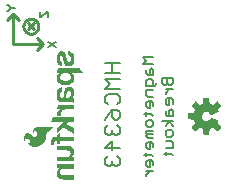
<source format=gbr>
G04 EAGLE Gerber RS-274X export*
G75*
%MOMM*%
%FSLAX34Y34*%
%LPD*%
%INSilkscreen Bottom*%
%IPPOS*%
%AMOC8*
5,1,8,0,0,1.08239X$1,22.5*%
G01*
%ADD10C,0.203200*%
%ADD11C,0.152400*%
%ADD12C,0.254000*%
%ADD13C,0.127000*%

G36*
X179735Y85980D02*
X179735Y85980D01*
X179843Y85994D01*
X179855Y86000D01*
X179869Y86002D01*
X179965Y86054D01*
X180062Y86101D01*
X180072Y86111D01*
X180084Y86117D01*
X180158Y86197D01*
X180235Y86273D01*
X180241Y86285D01*
X180251Y86296D01*
X180296Y86394D01*
X180344Y86491D01*
X180348Y86509D01*
X180352Y86518D01*
X180354Y86539D01*
X180373Y86636D01*
X180816Y90987D01*
X181975Y91358D01*
X181993Y91368D01*
X182090Y91406D01*
X183172Y91963D01*
X186562Y89199D01*
X186656Y89145D01*
X186748Y89088D01*
X186761Y89085D01*
X186773Y89078D01*
X186880Y89057D01*
X186985Y89032D01*
X186999Y89034D01*
X187013Y89031D01*
X187120Y89046D01*
X187228Y89056D01*
X187241Y89062D01*
X187255Y89064D01*
X187352Y89112D01*
X187451Y89157D01*
X187464Y89168D01*
X187473Y89172D01*
X187488Y89188D01*
X187565Y89250D01*
X190150Y91835D01*
X190213Y91924D01*
X190279Y92009D01*
X190284Y92022D01*
X190292Y92034D01*
X190323Y92137D01*
X190359Y92240D01*
X190359Y92254D01*
X190363Y92267D01*
X190359Y92375D01*
X190360Y92484D01*
X190355Y92497D01*
X190355Y92511D01*
X190317Y92613D01*
X190282Y92715D01*
X190273Y92730D01*
X190269Y92739D01*
X190255Y92756D01*
X190201Y92838D01*
X187437Y96228D01*
X187994Y97310D01*
X188011Y97363D01*
X188037Y97412D01*
X188048Y97478D01*
X188069Y97542D01*
X188068Y97598D01*
X188077Y97652D01*
X188066Y97719D01*
X188065Y97786D01*
X188047Y97838D01*
X188038Y97893D01*
X188006Y97953D01*
X187983Y98016D01*
X187949Y98059D01*
X187923Y98109D01*
X187874Y98155D01*
X187832Y98207D01*
X187785Y98238D01*
X187745Y98276D01*
X187640Y98332D01*
X187627Y98340D01*
X187622Y98341D01*
X187615Y98345D01*
X182418Y100498D01*
X182319Y100521D01*
X182221Y100550D01*
X182200Y100549D01*
X182180Y100554D01*
X182079Y100544D01*
X181978Y100539D01*
X181958Y100532D01*
X181937Y100530D01*
X181845Y100488D01*
X181750Y100451D01*
X181734Y100438D01*
X181715Y100429D01*
X181641Y100360D01*
X181563Y100295D01*
X181547Y100272D01*
X181537Y100262D01*
X181525Y100241D01*
X181478Y100174D01*
X180972Y99275D01*
X180328Y98588D01*
X179540Y98073D01*
X178652Y97761D01*
X177715Y97669D01*
X176783Y97802D01*
X175909Y98153D01*
X175144Y98702D01*
X174531Y99416D01*
X174106Y100256D01*
X173892Y101173D01*
X173902Y102114D01*
X174136Y103026D01*
X174579Y103856D01*
X175208Y104557D01*
X175985Y105089D01*
X176866Y105420D01*
X177801Y105533D01*
X178718Y105425D01*
X179586Y105105D01*
X180355Y104591D01*
X180982Y103912D01*
X181477Y103028D01*
X181541Y102948D01*
X181601Y102865D01*
X181617Y102853D01*
X181630Y102837D01*
X181716Y102782D01*
X181799Y102722D01*
X181818Y102716D01*
X181835Y102706D01*
X181934Y102681D01*
X182033Y102651D01*
X182052Y102652D01*
X182072Y102647D01*
X182174Y102656D01*
X182276Y102659D01*
X182301Y102667D01*
X182315Y102668D01*
X182337Y102678D01*
X182418Y102702D01*
X187615Y104855D01*
X187662Y104884D01*
X187714Y104905D01*
X187765Y104948D01*
X187822Y104984D01*
X187857Y105027D01*
X187900Y105063D01*
X187934Y105120D01*
X187977Y105172D01*
X187996Y105224D01*
X188025Y105272D01*
X188039Y105338D01*
X188063Y105401D01*
X188065Y105456D01*
X188076Y105510D01*
X188069Y105577D01*
X188071Y105644D01*
X188055Y105698D01*
X188048Y105753D01*
X188004Y105864D01*
X188000Y105878D01*
X187997Y105882D01*
X187994Y105890D01*
X187437Y106972D01*
X190201Y110362D01*
X190255Y110456D01*
X190312Y110548D01*
X190315Y110561D01*
X190322Y110573D01*
X190343Y110680D01*
X190368Y110785D01*
X190366Y110799D01*
X190369Y110813D01*
X190354Y110920D01*
X190344Y111028D01*
X190338Y111041D01*
X190336Y111055D01*
X190288Y111152D01*
X190243Y111251D01*
X190232Y111264D01*
X190228Y111273D01*
X190212Y111288D01*
X190150Y111365D01*
X187565Y113950D01*
X187476Y114013D01*
X187391Y114079D01*
X187378Y114084D01*
X187366Y114092D01*
X187263Y114123D01*
X187160Y114159D01*
X187146Y114159D01*
X187133Y114163D01*
X187025Y114159D01*
X186916Y114160D01*
X186903Y114155D01*
X186889Y114155D01*
X186787Y114117D01*
X186685Y114082D01*
X186670Y114073D01*
X186661Y114069D01*
X186644Y114055D01*
X186562Y114001D01*
X183172Y111237D01*
X182090Y111794D01*
X182070Y111800D01*
X181975Y111842D01*
X180816Y112213D01*
X180373Y116564D01*
X180345Y116668D01*
X180320Y116774D01*
X180313Y116786D01*
X180310Y116799D01*
X180249Y116889D01*
X180192Y116982D01*
X180181Y116990D01*
X180173Y117002D01*
X180087Y117068D01*
X180003Y117137D01*
X179990Y117141D01*
X179979Y117150D01*
X179876Y117184D01*
X179775Y117223D01*
X179757Y117224D01*
X179748Y117228D01*
X179726Y117228D01*
X179628Y117237D01*
X175972Y117237D01*
X175865Y117220D01*
X175757Y117206D01*
X175745Y117200D01*
X175731Y117198D01*
X175635Y117146D01*
X175538Y117099D01*
X175528Y117089D01*
X175516Y117083D01*
X175442Y117003D01*
X175365Y116927D01*
X175359Y116915D01*
X175349Y116905D01*
X175304Y116806D01*
X175256Y116709D01*
X175252Y116691D01*
X175248Y116682D01*
X175246Y116661D01*
X175227Y116564D01*
X174784Y112213D01*
X173625Y111842D01*
X173607Y111832D01*
X173510Y111794D01*
X172428Y111237D01*
X169038Y114001D01*
X168944Y114055D01*
X168852Y114112D01*
X168839Y114115D01*
X168827Y114122D01*
X168720Y114143D01*
X168615Y114168D01*
X168601Y114166D01*
X168587Y114169D01*
X168480Y114154D01*
X168372Y114144D01*
X168359Y114138D01*
X168346Y114136D01*
X168248Y114088D01*
X168149Y114043D01*
X168136Y114032D01*
X168127Y114028D01*
X168112Y114012D01*
X168035Y113950D01*
X165450Y111365D01*
X165387Y111276D01*
X165321Y111191D01*
X165316Y111178D01*
X165308Y111166D01*
X165277Y111063D01*
X165241Y110960D01*
X165241Y110946D01*
X165237Y110933D01*
X165241Y110825D01*
X165240Y110716D01*
X165245Y110703D01*
X165245Y110689D01*
X165283Y110587D01*
X165318Y110485D01*
X165327Y110470D01*
X165331Y110461D01*
X165345Y110444D01*
X165399Y110362D01*
X168163Y106972D01*
X167606Y105890D01*
X167600Y105870D01*
X167558Y105775D01*
X167187Y104616D01*
X162836Y104173D01*
X162732Y104145D01*
X162626Y104120D01*
X162614Y104113D01*
X162601Y104110D01*
X162511Y104049D01*
X162418Y103992D01*
X162410Y103981D01*
X162398Y103973D01*
X162332Y103887D01*
X162264Y103803D01*
X162259Y103790D01*
X162250Y103779D01*
X162216Y103676D01*
X162177Y103575D01*
X162176Y103557D01*
X162172Y103548D01*
X162173Y103526D01*
X162163Y103428D01*
X162163Y99772D01*
X162180Y99665D01*
X162194Y99557D01*
X162200Y99545D01*
X162202Y99531D01*
X162254Y99435D01*
X162301Y99338D01*
X162311Y99328D01*
X162317Y99316D01*
X162397Y99242D01*
X162473Y99165D01*
X162485Y99159D01*
X162496Y99149D01*
X162594Y99104D01*
X162691Y99056D01*
X162709Y99052D01*
X162718Y99048D01*
X162739Y99046D01*
X162836Y99027D01*
X167187Y98584D01*
X167558Y97425D01*
X167568Y97407D01*
X167606Y97310D01*
X168163Y96228D01*
X165399Y92838D01*
X165345Y92744D01*
X165288Y92652D01*
X165285Y92639D01*
X165278Y92627D01*
X165257Y92520D01*
X165232Y92415D01*
X165234Y92401D01*
X165231Y92387D01*
X165246Y92280D01*
X165256Y92172D01*
X165262Y92159D01*
X165264Y92146D01*
X165312Y92048D01*
X165357Y91949D01*
X165368Y91936D01*
X165372Y91927D01*
X165388Y91912D01*
X165450Y91835D01*
X168035Y89250D01*
X168124Y89187D01*
X168209Y89121D01*
X168222Y89116D01*
X168234Y89108D01*
X168337Y89077D01*
X168440Y89041D01*
X168454Y89041D01*
X168467Y89037D01*
X168575Y89041D01*
X168684Y89040D01*
X168697Y89045D01*
X168711Y89045D01*
X168813Y89083D01*
X168915Y89118D01*
X168930Y89127D01*
X168939Y89131D01*
X168956Y89145D01*
X169038Y89199D01*
X172428Y91963D01*
X173510Y91406D01*
X173530Y91400D01*
X173625Y91358D01*
X174784Y90987D01*
X175227Y86636D01*
X175255Y86532D01*
X175280Y86426D01*
X175287Y86414D01*
X175290Y86401D01*
X175351Y86311D01*
X175408Y86218D01*
X175419Y86210D01*
X175427Y86198D01*
X175513Y86132D01*
X175597Y86064D01*
X175610Y86059D01*
X175621Y86050D01*
X175724Y86016D01*
X175825Y85977D01*
X175843Y85976D01*
X175852Y85972D01*
X175874Y85973D01*
X175972Y85963D01*
X179628Y85963D01*
X179735Y85980D01*
G37*
G36*
X34430Y75785D02*
X34430Y75785D01*
X34431Y75786D01*
X34431Y75785D01*
X36231Y76285D01*
X36232Y76286D01*
X38032Y77286D01*
X38033Y77286D01*
X38933Y77986D01*
X38933Y77987D01*
X38934Y77986D01*
X39734Y78786D01*
X39734Y78787D01*
X40434Y79587D01*
X41034Y80587D01*
X41034Y80588D01*
X41035Y80588D01*
X41435Y81588D01*
X41435Y81589D01*
X41735Y82689D01*
X41736Y82695D01*
X41738Y82705D01*
X41739Y82715D01*
X41741Y82725D01*
X41743Y82735D01*
X41744Y82745D01*
X41746Y82755D01*
X41748Y82765D01*
X41749Y82775D01*
X41751Y82785D01*
X41752Y82795D01*
X41753Y82795D01*
X41754Y82805D01*
X41756Y82815D01*
X41757Y82824D01*
X41759Y82834D01*
X41761Y82844D01*
X41762Y82854D01*
X41764Y82864D01*
X41766Y82874D01*
X41767Y82884D01*
X41769Y82894D01*
X41771Y82904D01*
X41772Y82914D01*
X41774Y82924D01*
X41776Y82934D01*
X41777Y82944D01*
X41779Y82954D01*
X41781Y82964D01*
X41782Y82974D01*
X41784Y82983D01*
X41786Y82993D01*
X41787Y83003D01*
X41789Y83013D01*
X41791Y83023D01*
X41792Y83033D01*
X41794Y83043D01*
X41796Y83053D01*
X41797Y83063D01*
X41799Y83073D01*
X41801Y83083D01*
X41802Y83093D01*
X41804Y83103D01*
X41805Y83113D01*
X41806Y83113D01*
X41807Y83123D01*
X41809Y83133D01*
X41810Y83142D01*
X41812Y83152D01*
X41814Y83162D01*
X41815Y83172D01*
X41817Y83182D01*
X41819Y83192D01*
X41820Y83202D01*
X41822Y83212D01*
X41824Y83222D01*
X41825Y83232D01*
X41827Y83242D01*
X41829Y83252D01*
X41830Y83262D01*
X41832Y83272D01*
X41834Y83282D01*
X41835Y83292D01*
X41837Y83301D01*
X41839Y83311D01*
X41840Y83321D01*
X41842Y83331D01*
X41844Y83341D01*
X41845Y83351D01*
X41847Y83361D01*
X41849Y83371D01*
X41850Y83381D01*
X41852Y83391D01*
X41854Y83401D01*
X41855Y83411D01*
X41857Y83421D01*
X41858Y83431D01*
X41859Y83431D01*
X41860Y83441D01*
X41862Y83451D01*
X41863Y83460D01*
X41865Y83470D01*
X41867Y83480D01*
X41868Y83490D01*
X41870Y83500D01*
X41872Y83510D01*
X41873Y83520D01*
X41875Y83530D01*
X41877Y83540D01*
X41878Y83550D01*
X41880Y83560D01*
X41882Y83570D01*
X41883Y83580D01*
X41885Y83590D01*
X41887Y83600D01*
X41888Y83610D01*
X41890Y83619D01*
X41892Y83629D01*
X41893Y83639D01*
X41895Y83649D01*
X41897Y83659D01*
X41898Y83669D01*
X41900Y83679D01*
X41902Y83689D01*
X41903Y83699D01*
X41905Y83709D01*
X41907Y83719D01*
X41908Y83729D01*
X41910Y83739D01*
X41911Y83749D01*
X41912Y83749D01*
X41913Y83759D01*
X41915Y83769D01*
X41916Y83778D01*
X41918Y83788D01*
X41920Y83798D01*
X41921Y83808D01*
X41923Y83818D01*
X41925Y83828D01*
X41926Y83838D01*
X41928Y83848D01*
X41930Y83858D01*
X41931Y83868D01*
X41933Y83878D01*
X41935Y83888D01*
X41935Y83889D01*
X41935Y83890D01*
X41935Y85790D01*
X41936Y85796D01*
X41938Y85806D01*
X41939Y85816D01*
X41941Y85826D01*
X41943Y85836D01*
X41944Y85845D01*
X41944Y85846D01*
X41946Y85855D01*
X41948Y85865D01*
X41949Y85875D01*
X41951Y85885D01*
X41953Y85895D01*
X41954Y85905D01*
X41956Y85915D01*
X41958Y85925D01*
X41959Y85935D01*
X41961Y85945D01*
X41963Y85955D01*
X41964Y85965D01*
X41966Y85975D01*
X41967Y85985D01*
X41968Y85985D01*
X41967Y85985D01*
X41969Y85995D01*
X41971Y86004D01*
X41971Y86005D01*
X41972Y86014D01*
X41974Y86024D01*
X41976Y86034D01*
X41977Y86044D01*
X41979Y86054D01*
X41981Y86064D01*
X41982Y86074D01*
X41984Y86084D01*
X41986Y86094D01*
X41987Y86104D01*
X41989Y86114D01*
X41991Y86124D01*
X41992Y86134D01*
X41994Y86144D01*
X41996Y86154D01*
X41997Y86163D01*
X41997Y86164D01*
X41999Y86173D01*
X42001Y86183D01*
X42002Y86193D01*
X42004Y86203D01*
X42006Y86213D01*
X42007Y86223D01*
X42009Y86233D01*
X42011Y86243D01*
X42012Y86253D01*
X42014Y86263D01*
X42016Y86273D01*
X42017Y86283D01*
X42019Y86293D01*
X42020Y86303D01*
X42021Y86303D01*
X42020Y86303D01*
X42022Y86313D01*
X42024Y86322D01*
X42024Y86323D01*
X42025Y86332D01*
X42027Y86342D01*
X42029Y86352D01*
X42030Y86362D01*
X42032Y86372D01*
X42034Y86382D01*
X42035Y86388D01*
X42334Y86887D01*
X42734Y87387D01*
X43134Y87887D01*
X43733Y88386D01*
X43733Y88387D01*
X43734Y88386D01*
X45033Y89686D01*
X45733Y90186D01*
X45733Y90187D01*
X45734Y90186D01*
X46333Y90786D01*
X46933Y91286D01*
X46933Y91287D01*
X46934Y91286D01*
X47433Y91786D01*
X47833Y92086D01*
X47833Y92087D01*
X47834Y92086D01*
X48133Y92386D01*
X48433Y92586D01*
X48434Y92589D01*
X48435Y92590D01*
X48435Y92690D01*
X48431Y92695D01*
X48430Y92695D01*
X35630Y92695D01*
X35629Y92695D01*
X33829Y92495D01*
X33829Y92494D01*
X33828Y92495D01*
X33228Y92295D01*
X33228Y92294D01*
X32628Y91994D01*
X32627Y91994D01*
X32127Y91694D01*
X32127Y91693D01*
X32126Y91693D01*
X31826Y91193D01*
X31526Y90793D01*
X31526Y90792D01*
X31525Y90792D01*
X31125Y89792D01*
X31126Y89791D01*
X31125Y89791D01*
X31124Y89782D01*
X31122Y89772D01*
X31120Y89762D01*
X31119Y89752D01*
X31117Y89742D01*
X31115Y89732D01*
X31114Y89722D01*
X31112Y89712D01*
X31110Y89703D01*
X31110Y89702D01*
X31109Y89693D01*
X31107Y89683D01*
X31105Y89673D01*
X31104Y89663D01*
X31102Y89653D01*
X31100Y89643D01*
X31099Y89633D01*
X31097Y89623D01*
X31095Y89613D01*
X31094Y89603D01*
X31092Y89593D01*
X31091Y89583D01*
X31090Y89583D01*
X31091Y89583D01*
X31089Y89573D01*
X31087Y89563D01*
X31086Y89553D01*
X31084Y89544D01*
X31084Y89543D01*
X31082Y89534D01*
X31081Y89524D01*
X31079Y89514D01*
X31077Y89504D01*
X31076Y89494D01*
X31074Y89484D01*
X31072Y89474D01*
X31071Y89464D01*
X31069Y89454D01*
X31067Y89444D01*
X31066Y89434D01*
X31064Y89424D01*
X31062Y89414D01*
X31061Y89404D01*
X31059Y89394D01*
X31057Y89385D01*
X31057Y89384D01*
X31056Y89375D01*
X31054Y89365D01*
X31052Y89355D01*
X31051Y89345D01*
X31049Y89335D01*
X31047Y89325D01*
X31046Y89315D01*
X31044Y89305D01*
X31042Y89295D01*
X31041Y89285D01*
X31039Y89275D01*
X31038Y89265D01*
X31037Y89265D01*
X31038Y89265D01*
X31036Y89255D01*
X31034Y89245D01*
X31033Y89235D01*
X31031Y89226D01*
X31031Y89225D01*
X31029Y89216D01*
X31028Y89206D01*
X31026Y89196D01*
X31025Y89191D01*
X31025Y89190D01*
X31025Y88390D01*
X31026Y88389D01*
X31025Y88389D01*
X31125Y87989D01*
X31125Y87790D01*
X31126Y87789D01*
X31126Y87788D01*
X31226Y87588D01*
X31226Y87587D01*
X31228Y87587D01*
X31229Y87586D01*
X31230Y87585D01*
X31231Y87586D01*
X31232Y87585D01*
X31232Y87587D01*
X31234Y87586D01*
X31334Y87686D01*
X31334Y87688D01*
X31534Y88088D01*
X31535Y88088D01*
X31634Y88387D01*
X32033Y88786D01*
X32332Y88986D01*
X32631Y89085D01*
X32929Y89085D01*
X33228Y88985D01*
X33627Y88786D01*
X33926Y88487D01*
X34126Y88188D01*
X34325Y87689D01*
X34425Y87190D01*
X34425Y86391D01*
X34225Y85592D01*
X33826Y84993D01*
X33328Y84594D01*
X32729Y84395D01*
X32031Y84395D01*
X31333Y84694D01*
X30533Y85394D01*
X29633Y86194D01*
X28833Y86894D01*
X28832Y86894D01*
X27932Y87394D01*
X27931Y87395D01*
X27031Y87595D01*
X27030Y87595D01*
X26230Y87595D01*
X26229Y87594D01*
X26228Y87595D01*
X25328Y87295D01*
X25328Y87294D01*
X25327Y87294D01*
X24627Y86794D01*
X24627Y86793D01*
X24626Y86793D01*
X23826Y85893D01*
X23826Y85892D01*
X23226Y84792D01*
X23226Y84791D01*
X23225Y84791D01*
X23025Y83691D01*
X23025Y83690D01*
X23025Y82690D01*
X23026Y82689D01*
X23025Y82688D01*
X23325Y81788D01*
X23625Y80988D01*
X23626Y80988D01*
X23926Y80388D01*
X23926Y80387D01*
X24226Y79987D01*
X24227Y79987D01*
X24226Y79986D01*
X24326Y79886D01*
X24328Y79886D01*
X24329Y79885D01*
X24331Y79886D01*
X24333Y79886D01*
X24333Y79888D01*
X24335Y79890D01*
X24335Y80190D01*
X24334Y80191D01*
X24335Y80192D01*
X24235Y80491D01*
X24235Y80789D01*
X24335Y81189D01*
X24336Y81195D01*
X24341Y81220D01*
X24346Y81244D01*
X24351Y81269D01*
X24356Y81294D01*
X24361Y81319D01*
X24366Y81344D01*
X24371Y81369D01*
X24376Y81393D01*
X24376Y81394D01*
X24381Y81418D01*
X24386Y81443D01*
X24391Y81468D01*
X24396Y81493D01*
X24401Y81518D01*
X24406Y81543D01*
X24411Y81567D01*
X24416Y81592D01*
X24420Y81617D01*
X24421Y81617D01*
X24425Y81642D01*
X24430Y81667D01*
X24435Y81688D01*
X24634Y82087D01*
X24934Y82486D01*
X25232Y82686D01*
X25532Y82785D01*
X25532Y82786D01*
X25732Y82885D01*
X26030Y82985D01*
X26328Y82885D01*
X26329Y82885D01*
X26728Y82785D01*
X27027Y82586D01*
X27028Y82586D01*
X27427Y82386D01*
X27726Y82087D01*
X27926Y81787D01*
X28226Y81387D01*
X28426Y81088D01*
X28825Y80289D01*
X28825Y79591D01*
X28726Y79292D01*
X28527Y78994D01*
X28228Y78895D01*
X27929Y78795D01*
X27130Y78795D01*
X27129Y78794D01*
X27128Y78795D01*
X27128Y78793D01*
X27125Y78791D01*
X27126Y78789D01*
X27126Y78788D01*
X27526Y77988D01*
X27527Y77987D01*
X27527Y77986D01*
X28427Y77186D01*
X28428Y77186D01*
X29628Y76486D01*
X29628Y76485D01*
X31028Y75985D01*
X31029Y75986D01*
X31029Y75985D01*
X32629Y75685D01*
X32630Y75686D01*
X32630Y75685D01*
X34430Y75785D01*
G37*
G36*
X58630Y127885D02*
X58630Y127885D01*
X60030Y127985D01*
X60031Y127985D01*
X61331Y128285D01*
X61331Y128286D01*
X61332Y128285D01*
X62532Y128785D01*
X62532Y128786D01*
X63632Y129386D01*
X63633Y129387D01*
X63634Y129386D01*
X64534Y130286D01*
X64534Y130287D01*
X65334Y131387D01*
X65334Y131388D01*
X65335Y131388D01*
X65735Y132588D01*
X65734Y132589D01*
X65735Y132589D01*
X65935Y134089D01*
X65934Y134090D01*
X65935Y134090D01*
X65935Y134091D01*
X65635Y135891D01*
X65634Y135891D01*
X65634Y135892D01*
X65334Y136492D01*
X65334Y136493D01*
X64734Y137493D01*
X64733Y137493D01*
X64733Y137494D01*
X63735Y138292D01*
X63735Y138385D01*
X73930Y138385D01*
X73931Y138386D01*
X73933Y138386D01*
X73933Y138388D01*
X73935Y138389D01*
X73933Y138391D01*
X73934Y138394D01*
X73034Y139293D01*
X72634Y139793D01*
X71834Y140793D01*
X71834Y140794D01*
X70934Y141693D01*
X70534Y142193D01*
X70531Y142194D01*
X70530Y142195D01*
X52030Y142195D01*
X52027Y142192D01*
X52025Y142191D01*
X51925Y141791D01*
X51825Y141291D01*
X51825Y141290D01*
X51825Y140791D01*
X51725Y140391D01*
X51625Y139891D01*
X51525Y139491D01*
X51325Y138491D01*
X51326Y138490D01*
X51328Y138485D01*
X51329Y138486D01*
X51330Y138485D01*
X53116Y138485D01*
X52627Y138094D01*
X52626Y138094D01*
X52226Y137694D01*
X52226Y137693D01*
X51826Y137193D01*
X51226Y136193D01*
X51226Y136191D01*
X51225Y136191D01*
X51025Y134991D01*
X51025Y134990D01*
X51025Y134290D01*
X51125Y132790D01*
X51126Y132789D01*
X51125Y132788D01*
X51625Y131388D01*
X51626Y131388D01*
X51626Y131387D01*
X52326Y130287D01*
X52327Y130287D01*
X52327Y130286D01*
X53327Y129386D01*
X54427Y128686D01*
X54428Y128686D01*
X54429Y128685D01*
X55729Y128285D01*
X57129Y127985D01*
X57130Y127985D01*
X58630Y127885D01*
X58630Y127885D01*
G37*
G36*
X65535Y112989D02*
X65535Y112989D01*
X65535Y112990D01*
X65535Y116890D01*
X65531Y116895D01*
X65530Y116895D01*
X65432Y116895D01*
X65334Y116994D01*
X65331Y116994D01*
X65330Y116995D01*
X65232Y116995D01*
X65134Y117094D01*
X65131Y117094D01*
X65130Y117095D01*
X64832Y117095D01*
X64734Y117194D01*
X64731Y117194D01*
X64730Y117195D01*
X64146Y117195D01*
X64433Y117386D01*
X64433Y117387D01*
X64434Y117387D01*
X64634Y117687D01*
X64834Y117886D01*
X64834Y117887D01*
X65034Y118187D01*
X65034Y118188D01*
X65035Y118188D01*
X65135Y118488D01*
X65334Y118787D01*
X65334Y118788D01*
X65335Y118788D01*
X65735Y119988D01*
X65734Y119989D01*
X65735Y119990D01*
X65735Y120289D01*
X65835Y120588D01*
X65834Y120589D01*
X65835Y120590D01*
X65835Y120989D01*
X65935Y121288D01*
X65934Y121289D01*
X65935Y121290D01*
X65935Y122390D01*
X65935Y122391D01*
X65835Y122890D01*
X65835Y123390D01*
X65834Y123391D01*
X65835Y123391D01*
X65735Y123791D01*
X65734Y123792D01*
X65735Y123792D01*
X65535Y124292D01*
X65534Y124292D01*
X65334Y124692D01*
X65334Y124693D01*
X65134Y124992D01*
X64934Y125392D01*
X64933Y125393D01*
X64934Y125394D01*
X64634Y125694D01*
X64633Y125694D01*
X64333Y125894D01*
X63933Y126194D01*
X63633Y126394D01*
X63632Y126394D01*
X63631Y126395D01*
X63132Y126495D01*
X62732Y126694D01*
X62731Y126694D01*
X62730Y126695D01*
X62230Y126695D01*
X61731Y126795D01*
X61730Y126794D01*
X61729Y126795D01*
X60629Y126595D01*
X60628Y126595D01*
X59728Y126295D01*
X59728Y126294D01*
X59028Y125894D01*
X59027Y125893D01*
X59026Y125893D01*
X58426Y125193D01*
X58426Y125192D01*
X58026Y124492D01*
X58025Y124492D01*
X57725Y123692D01*
X57725Y123691D01*
X57525Y122891D01*
X57225Y120191D01*
X57125Y119491D01*
X56925Y118791D01*
X56725Y118192D01*
X56426Y117693D01*
X56028Y117395D01*
X54931Y117395D01*
X54333Y117694D01*
X54234Y117794D01*
X54232Y117794D01*
X54034Y117894D01*
X53735Y118491D01*
X53735Y118690D01*
X53734Y118691D01*
X53734Y118692D01*
X53635Y118891D01*
X53635Y120689D01*
X54134Y121687D01*
X54533Y122086D01*
X54732Y122185D01*
X55032Y122285D01*
X55032Y122286D01*
X55231Y122385D01*
X55730Y122385D01*
X55735Y122389D01*
X55735Y122390D01*
X55735Y126290D01*
X55734Y126291D01*
X55731Y126295D01*
X55730Y126294D01*
X55729Y126295D01*
X54529Y126095D01*
X54529Y126094D01*
X54528Y126095D01*
X53928Y125895D01*
X53928Y125894D01*
X53927Y125894D01*
X53527Y125594D01*
X53027Y125294D01*
X52627Y124994D01*
X52627Y124993D01*
X52626Y124993D01*
X52326Y124593D01*
X51726Y123593D01*
X51726Y123592D01*
X51725Y123592D01*
X51525Y123092D01*
X51526Y123091D01*
X51525Y123091D01*
X51425Y122591D01*
X51225Y121992D01*
X51226Y121991D01*
X51225Y121991D01*
X51125Y121391D01*
X51025Y120891D01*
X51025Y120890D01*
X51025Y118590D01*
X51025Y118589D01*
X51125Y118090D01*
X51125Y117490D01*
X51125Y117489D01*
X51225Y116989D01*
X51226Y116989D01*
X51225Y116988D01*
X51425Y116489D01*
X51525Y115989D01*
X51526Y115989D01*
X51525Y115988D01*
X51725Y115488D01*
X51726Y115488D01*
X51726Y115487D01*
X52626Y114287D01*
X52627Y114287D01*
X52627Y114286D01*
X53027Y113986D01*
X53028Y113986D01*
X53428Y113786D01*
X53428Y113785D01*
X53928Y113585D01*
X53929Y113586D01*
X53929Y113585D01*
X54429Y113485D01*
X54430Y113485D01*
X63129Y113485D01*
X63328Y113386D01*
X63329Y113386D01*
X63330Y113385D01*
X64229Y113385D01*
X64428Y113286D01*
X64429Y113286D01*
X64430Y113285D01*
X64629Y113285D01*
X64828Y113186D01*
X64829Y113186D01*
X64830Y113185D01*
X65129Y113185D01*
X65327Y113086D01*
X65426Y112986D01*
X65429Y112986D01*
X65430Y112985D01*
X65530Y112985D01*
X65535Y112989D01*
G37*
G36*
X65531Y86686D02*
X65531Y86686D01*
X65534Y86687D01*
X65534Y86689D01*
X65535Y86690D01*
X65535Y91390D01*
X65533Y91392D01*
X65533Y91394D01*
X59238Y95291D01*
X60632Y96785D01*
X65530Y96785D01*
X65535Y96789D01*
X65535Y96790D01*
X65535Y100690D01*
X65531Y100695D01*
X65530Y100695D01*
X48130Y100695D01*
X48128Y100693D01*
X48126Y100692D01*
X46026Y96792D01*
X46026Y96791D01*
X46025Y96791D01*
X46026Y96789D01*
X46027Y96786D01*
X46029Y96786D01*
X46030Y96785D01*
X56418Y96785D01*
X51327Y91894D01*
X51326Y91891D01*
X51325Y91890D01*
X51325Y87290D01*
X51326Y87289D01*
X51326Y87287D01*
X51328Y87287D01*
X51329Y87285D01*
X51331Y87286D01*
X51332Y87287D01*
X51334Y87287D01*
X56531Y92584D01*
X65527Y86686D01*
X65529Y86686D01*
X65529Y86685D01*
X65531Y86686D01*
G37*
G36*
X65535Y47989D02*
X65535Y47989D01*
X65535Y47990D01*
X65535Y51890D01*
X65531Y51895D01*
X65530Y51895D01*
X57530Y51895D01*
X56731Y51995D01*
X56031Y52095D01*
X55432Y52195D01*
X54933Y52494D01*
X54534Y52793D01*
X54235Y53292D01*
X54135Y53791D01*
X54035Y54390D01*
X54135Y55189D01*
X54235Y55788D01*
X54534Y56287D01*
X55033Y56686D01*
X55532Y56986D01*
X56231Y57285D01*
X57131Y57385D01*
X65530Y57385D01*
X65535Y57389D01*
X65535Y57390D01*
X65535Y61290D01*
X65531Y61295D01*
X65530Y61295D01*
X51330Y61295D01*
X51325Y61291D01*
X51325Y61290D01*
X51325Y57590D01*
X51329Y57585D01*
X51330Y57585D01*
X53325Y57585D01*
X53325Y57493D01*
X52727Y57094D01*
X52726Y57094D01*
X52326Y56694D01*
X52326Y56693D01*
X51926Y56193D01*
X51526Y55593D01*
X51526Y55592D01*
X51525Y55592D01*
X51125Y54392D01*
X51126Y54391D01*
X51125Y54391D01*
X51025Y53791D01*
X51025Y53790D01*
X51025Y53190D01*
X51125Y51790D01*
X51126Y51789D01*
X51125Y51789D01*
X51425Y50689D01*
X51426Y50688D01*
X51926Y49788D01*
X51927Y49787D01*
X51926Y49786D01*
X52626Y49086D01*
X52627Y49086D01*
X53427Y48586D01*
X53428Y48586D01*
X53429Y48585D01*
X54429Y48285D01*
X55529Y48085D01*
X55530Y48085D01*
X56830Y47985D01*
X65530Y47985D01*
X65535Y47989D01*
G37*
G36*
X65535Y63389D02*
X65535Y63389D01*
X65535Y63390D01*
X65535Y67090D01*
X65531Y67095D01*
X65530Y67095D01*
X63535Y67095D01*
X63535Y67187D01*
X64133Y67586D01*
X64633Y67986D01*
X64633Y67987D01*
X64634Y67987D01*
X65034Y68487D01*
X65034Y68488D01*
X65334Y69088D01*
X65335Y69088D01*
X65535Y69588D01*
X65735Y70188D01*
X65735Y70189D01*
X65835Y70889D01*
X65935Y71489D01*
X65935Y71490D01*
X65835Y72890D01*
X65834Y72891D01*
X65835Y72892D01*
X65435Y73992D01*
X65434Y73992D01*
X64934Y74892D01*
X64934Y74893D01*
X64334Y75593D01*
X64333Y75593D01*
X64332Y75594D01*
X63432Y76094D01*
X63431Y76095D01*
X62431Y76395D01*
X61331Y76595D01*
X61330Y76595D01*
X51330Y76595D01*
X51325Y76591D01*
X51325Y76590D01*
X51325Y72790D01*
X51329Y72785D01*
X51330Y72785D01*
X59330Y72785D01*
X60929Y72585D01*
X61528Y72485D01*
X61927Y72186D01*
X62326Y71887D01*
X62625Y71388D01*
X62725Y70889D01*
X62825Y70290D01*
X62725Y69491D01*
X62625Y68892D01*
X62326Y68393D01*
X61927Y67994D01*
X61328Y67695D01*
X60629Y67395D01*
X59830Y67295D01*
X51330Y67295D01*
X51325Y67291D01*
X51325Y67290D01*
X51325Y63390D01*
X51329Y63385D01*
X51330Y63385D01*
X65530Y63385D01*
X65535Y63389D01*
G37*
G36*
X60930Y143786D02*
X60930Y143786D01*
X60931Y143785D01*
X62231Y143985D01*
X62231Y143986D01*
X62232Y143985D01*
X63332Y144385D01*
X63332Y144386D01*
X63333Y144386D01*
X64133Y144986D01*
X64133Y144987D01*
X64134Y144987D01*
X64834Y145787D01*
X64834Y145788D01*
X65334Y146788D01*
X65335Y146789D01*
X65635Y147889D01*
X65835Y149089D01*
X65835Y149090D01*
X65935Y150290D01*
X65835Y151490D01*
X65835Y151491D01*
X65635Y152691D01*
X65335Y153791D01*
X65334Y153792D01*
X64834Y154792D01*
X64834Y154793D01*
X64134Y155593D01*
X64133Y155593D01*
X64133Y155594D01*
X63233Y156294D01*
X63232Y156294D01*
X63232Y156295D01*
X62232Y156695D01*
X62231Y156694D01*
X62231Y156695D01*
X60931Y156895D01*
X60930Y156895D01*
X60925Y156891D01*
X60926Y156891D01*
X60925Y156890D01*
X60925Y153190D01*
X60929Y153185D01*
X60930Y153185D01*
X61529Y153185D01*
X62027Y152986D01*
X62426Y152686D01*
X62726Y152287D01*
X63025Y151888D01*
X63125Y151289D01*
X63225Y150789D01*
X63325Y150190D01*
X63225Y149791D01*
X63226Y149790D01*
X63225Y149790D01*
X63225Y149391D01*
X63125Y148992D01*
X62926Y148593D01*
X62626Y148193D01*
X62327Y147895D01*
X61929Y147795D01*
X61530Y147695D01*
X61132Y147795D01*
X60733Y147994D01*
X60434Y148393D01*
X60135Y148892D01*
X59935Y149491D01*
X59535Y151091D01*
X59335Y152091D01*
X59135Y152991D01*
X59134Y152991D01*
X59135Y152992D01*
X58835Y153792D01*
X58535Y154492D01*
X58534Y154492D01*
X58134Y155192D01*
X58134Y155193D01*
X57734Y155793D01*
X57733Y155793D01*
X57733Y155794D01*
X57133Y156194D01*
X57132Y156194D01*
X57132Y156195D01*
X56432Y156495D01*
X56431Y156494D01*
X56431Y156495D01*
X55531Y156595D01*
X55530Y156595D01*
X54330Y156495D01*
X54329Y156494D01*
X54328Y156495D01*
X53328Y156095D01*
X53328Y156094D01*
X53327Y156094D01*
X52527Y155394D01*
X52527Y155393D01*
X52526Y155393D01*
X51926Y154693D01*
X51926Y154692D01*
X51426Y153692D01*
X51426Y153691D01*
X51425Y153691D01*
X51225Y152691D01*
X51025Y151591D01*
X51025Y151590D01*
X51025Y149290D01*
X51025Y149289D01*
X51225Y148189D01*
X51525Y147189D01*
X51526Y147188D01*
X51525Y147188D01*
X51925Y146288D01*
X51926Y146288D01*
X51926Y146287D01*
X52526Y145487D01*
X52527Y145487D01*
X52527Y145486D01*
X53327Y144886D01*
X53328Y144886D01*
X54328Y144386D01*
X54329Y144386D01*
X54329Y144385D01*
X55529Y144185D01*
X55530Y144186D01*
X55535Y144189D01*
X55534Y144189D01*
X55535Y144190D01*
X55535Y147890D01*
X55532Y147894D01*
X55531Y147895D01*
X55031Y147995D01*
X54532Y148194D01*
X54234Y148394D01*
X54034Y148692D01*
X53835Y149092D01*
X53635Y149591D01*
X53635Y151289D01*
X53735Y151588D01*
X53735Y151589D01*
X53835Y151989D01*
X53934Y152287D01*
X54532Y152685D01*
X54929Y152685D01*
X55328Y152585D01*
X55726Y152286D01*
X56026Y151887D01*
X56325Y151288D01*
X56525Y150689D01*
X56625Y149889D01*
X57225Y147489D01*
X57425Y146589D01*
X57426Y146588D01*
X58226Y145188D01*
X58226Y145187D01*
X58726Y144587D01*
X58727Y144587D01*
X58727Y144586D01*
X59327Y144186D01*
X59328Y144186D01*
X59328Y144185D01*
X60028Y143885D01*
X60029Y143886D01*
X60029Y143885D01*
X60929Y143785D01*
X60930Y143786D01*
G37*
G36*
X48935Y77589D02*
X48935Y77589D01*
X48935Y77590D01*
X48935Y79289D01*
X49035Y79688D01*
X49234Y80087D01*
X49532Y80286D01*
X49731Y80385D01*
X50130Y80385D01*
X50131Y80386D01*
X50131Y80385D01*
X50531Y80485D01*
X51325Y80485D01*
X51325Y77790D01*
X51329Y77785D01*
X51330Y77785D01*
X53930Y77785D01*
X53935Y77789D01*
X53935Y77790D01*
X53935Y80485D01*
X65530Y80485D01*
X65535Y80489D01*
X65535Y80490D01*
X65535Y84290D01*
X65531Y84295D01*
X65530Y84295D01*
X53935Y84295D01*
X53935Y88190D01*
X53934Y88192D01*
X53933Y88194D01*
X53932Y88193D01*
X53931Y88195D01*
X53929Y88193D01*
X53926Y88193D01*
X53626Y87793D01*
X52026Y86194D01*
X52026Y86193D01*
X51726Y85794D01*
X51327Y85494D01*
X51327Y85492D01*
X51325Y85491D01*
X51326Y85491D01*
X51325Y85490D01*
X51325Y84295D01*
X49330Y84295D01*
X49329Y84294D01*
X49328Y84295D01*
X48528Y83995D01*
X47828Y83695D01*
X47828Y83694D01*
X47827Y83694D01*
X47227Y83194D01*
X47227Y83193D01*
X47226Y83193D01*
X46726Y82493D01*
X46726Y82492D01*
X46326Y81692D01*
X46325Y81691D01*
X46025Y80691D01*
X46026Y80691D01*
X46025Y80690D01*
X46025Y77790D01*
X46026Y77789D01*
X46026Y77788D01*
X46126Y77588D01*
X46129Y77587D01*
X46130Y77585D01*
X48930Y77585D01*
X48935Y77589D01*
G37*
G36*
X54735Y102189D02*
X54735Y102189D01*
X54735Y102190D01*
X54735Y102290D01*
X54734Y102291D01*
X54734Y102292D01*
X54635Y102491D01*
X54635Y103590D01*
X54735Y104589D01*
X54935Y105388D01*
X55334Y106087D01*
X55933Y106586D01*
X56632Y106985D01*
X57331Y107185D01*
X58231Y107385D01*
X65530Y107385D01*
X65535Y107389D01*
X65535Y107390D01*
X65535Y111290D01*
X65531Y111295D01*
X65530Y111295D01*
X52030Y111295D01*
X52026Y111292D01*
X52025Y111291D01*
X51925Y110791D01*
X51825Y110391D01*
X51826Y110390D01*
X51825Y110390D01*
X51825Y109891D01*
X51725Y109391D01*
X51625Y108991D01*
X51525Y108491D01*
X51425Y107991D01*
X51325Y107591D01*
X51326Y107590D01*
X51328Y107585D01*
X51329Y107586D01*
X51330Y107585D01*
X54011Y107585D01*
X53328Y107194D01*
X53327Y107194D01*
X52827Y106794D01*
X52227Y106294D01*
X52227Y106293D01*
X52226Y106293D01*
X51826Y105793D01*
X51826Y105792D01*
X51426Y105092D01*
X51425Y105092D01*
X51225Y104492D01*
X51225Y104491D01*
X51025Y103791D01*
X51025Y103790D01*
X51025Y102390D01*
X51027Y102388D01*
X51026Y102386D01*
X51125Y102288D01*
X51125Y102190D01*
X51129Y102185D01*
X51130Y102185D01*
X54730Y102185D01*
X54735Y102189D01*
G37*
%LPC*%
G36*
X57630Y131795D02*
X57630Y131795D01*
X56831Y131895D01*
X56032Y132195D01*
X55333Y132494D01*
X54734Y132993D01*
X54334Y133592D01*
X54035Y134291D01*
X53935Y135190D01*
X54035Y135989D01*
X54334Y136787D01*
X54734Y137287D01*
X55333Y137786D01*
X56032Y138085D01*
X56831Y138385D01*
X57630Y138485D01*
X59329Y138485D01*
X60129Y138285D01*
X60928Y138085D01*
X61627Y137786D01*
X62126Y137287D01*
X62626Y136688D01*
X62825Y135989D01*
X62925Y135090D01*
X62825Y134291D01*
X62625Y133492D01*
X62127Y132894D01*
X61627Y132494D01*
X60928Y132195D01*
X60129Y131895D01*
X59330Y131795D01*
X57630Y131795D01*
G37*
%LPD*%
%LPC*%
G36*
X58642Y117395D02*
X58642Y117395D01*
X58834Y117586D01*
X58834Y117589D01*
X58835Y117590D01*
X58835Y117789D01*
X59034Y118188D01*
X59034Y118189D01*
X59035Y118190D01*
X59035Y118389D01*
X59134Y118588D01*
X59134Y118589D01*
X59135Y118589D01*
X59134Y118590D01*
X59135Y118590D01*
X59135Y118989D01*
X59234Y119188D01*
X59234Y119189D01*
X59235Y119190D01*
X59235Y119389D01*
X59335Y119688D01*
X59334Y119689D01*
X59335Y119690D01*
X59335Y120089D01*
X59435Y120388D01*
X59434Y120389D01*
X59435Y120390D01*
X59435Y120789D01*
X59534Y120988D01*
X59534Y120989D01*
X59535Y120990D01*
X59535Y121189D01*
X59635Y121488D01*
X59734Y121687D01*
X59834Y121786D01*
X59834Y121788D01*
X60034Y122187D01*
X60134Y122286D01*
X60134Y122288D01*
X60234Y122486D01*
X60831Y122785D01*
X61030Y122785D01*
X61031Y122786D01*
X61032Y122786D01*
X61231Y122885D01*
X61729Y122885D01*
X62028Y122785D01*
X62029Y122786D01*
X62030Y122785D01*
X62229Y122785D01*
X62427Y122686D01*
X62526Y122586D01*
X62528Y122586D01*
X62726Y122486D01*
X62826Y122288D01*
X62827Y122287D01*
X62826Y122286D01*
X62926Y122187D01*
X63125Y121789D01*
X63125Y121590D01*
X63126Y121589D01*
X63126Y121588D01*
X63225Y121389D01*
X63225Y121190D01*
X63226Y121189D01*
X63226Y121188D01*
X63325Y120989D01*
X63325Y120491D01*
X63225Y119991D01*
X63225Y119990D01*
X63225Y119491D01*
X63026Y119092D01*
X63025Y119091D01*
X62925Y118692D01*
X62726Y118393D01*
X62527Y118194D01*
X62227Y117994D01*
X62226Y117994D01*
X62027Y117794D01*
X61728Y117695D01*
X61428Y117595D01*
X61428Y117594D01*
X61228Y117495D01*
X60929Y117395D01*
X58642Y117395D01*
G37*
%LPD*%
D10*
X104394Y146304D02*
X92192Y146304D01*
X98293Y146304D02*
X98293Y138169D01*
X92192Y138169D02*
X104394Y138169D01*
X104394Y133207D02*
X92192Y133207D01*
X96259Y129139D01*
X92192Y125072D01*
X104394Y125072D01*
X92192Y114008D02*
X94225Y111975D01*
X92192Y114008D02*
X92192Y118076D01*
X94225Y120110D01*
X102360Y120110D01*
X104394Y118076D01*
X104394Y114008D01*
X102360Y111975D01*
X94225Y102945D02*
X92192Y98877D01*
X94225Y102945D02*
X98293Y107012D01*
X102360Y107012D01*
X104394Y104979D01*
X104394Y100911D01*
X102360Y98877D01*
X100327Y98877D01*
X98293Y100911D01*
X98293Y107012D01*
X94225Y93915D02*
X92192Y91881D01*
X92192Y87814D01*
X94225Y85780D01*
X96259Y85780D01*
X98293Y87814D01*
X98293Y89848D01*
X98293Y87814D02*
X100327Y85780D01*
X102360Y85780D01*
X104394Y87814D01*
X104394Y91881D01*
X102360Y93915D01*
X104394Y74717D02*
X92192Y74717D01*
X98293Y80818D01*
X98293Y72683D01*
X94225Y67721D02*
X92192Y65687D01*
X92192Y61619D01*
X94225Y59586D01*
X96259Y59586D01*
X98293Y61619D01*
X98293Y63653D01*
X98293Y61619D02*
X100327Y59586D01*
X102360Y59586D01*
X104394Y61619D01*
X104394Y65687D01*
X102360Y67721D01*
D11*
X123945Y151638D02*
X132588Y151638D01*
X126826Y148757D02*
X123945Y151638D01*
X126826Y148757D02*
X123945Y145876D01*
X132588Y145876D01*
X126826Y140842D02*
X126826Y137961D01*
X128266Y136521D01*
X132588Y136521D01*
X132588Y140842D01*
X131147Y142283D01*
X129707Y140842D01*
X129707Y136521D01*
X135469Y130047D02*
X135469Y128606D01*
X134029Y127165D01*
X126826Y127165D01*
X126826Y131487D01*
X128266Y132928D01*
X131147Y132928D01*
X132588Y131487D01*
X132588Y127165D01*
X132588Y123572D02*
X126826Y123572D01*
X126826Y119251D01*
X128266Y117810D01*
X132588Y117810D01*
X132588Y112777D02*
X132588Y109896D01*
X132588Y112777D02*
X131147Y114217D01*
X128266Y114217D01*
X126826Y112777D01*
X126826Y109896D01*
X128266Y108455D01*
X129707Y108455D01*
X129707Y114217D01*
X131147Y103422D02*
X125385Y103422D01*
X131147Y103422D02*
X132588Y101981D01*
X126826Y101981D02*
X126826Y104862D01*
X132588Y97185D02*
X132588Y94304D01*
X131147Y92863D01*
X128266Y92863D01*
X126826Y94304D01*
X126826Y97185D01*
X128266Y98625D01*
X131147Y98625D01*
X132588Y97185D01*
X132588Y89270D02*
X126826Y89270D01*
X126826Y87830D01*
X128266Y86389D01*
X132588Y86389D01*
X128266Y86389D02*
X126826Y84948D01*
X128266Y83508D01*
X132588Y83508D01*
X132588Y78474D02*
X132588Y75593D01*
X132588Y78474D02*
X131147Y79915D01*
X128266Y79915D01*
X126826Y78474D01*
X126826Y75593D01*
X128266Y74153D01*
X129707Y74153D01*
X129707Y79915D01*
X131147Y69119D02*
X125385Y69119D01*
X131147Y69119D02*
X132588Y67679D01*
X126826Y67679D02*
X126826Y70560D01*
X132588Y62882D02*
X132588Y60001D01*
X132588Y62882D02*
X131147Y64323D01*
X128266Y64323D01*
X126826Y62882D01*
X126826Y60001D01*
X128266Y58561D01*
X129707Y58561D01*
X129707Y64323D01*
X132588Y54968D02*
X126826Y54968D01*
X129707Y54968D02*
X126826Y52087D01*
X126826Y50646D01*
X140455Y133858D02*
X149098Y133858D01*
X140455Y133858D02*
X140455Y129536D01*
X141895Y128096D01*
X143336Y128096D01*
X144776Y129536D01*
X146217Y128096D01*
X147657Y128096D01*
X149098Y129536D01*
X149098Y133858D01*
X144776Y133858D02*
X144776Y129536D01*
X143336Y124503D02*
X149098Y124503D01*
X146217Y124503D02*
X143336Y121622D01*
X143336Y120181D01*
X149098Y115266D02*
X149098Y112385D01*
X149098Y115266D02*
X147657Y116707D01*
X144776Y116707D01*
X143336Y115266D01*
X143336Y112385D01*
X144776Y110945D01*
X146217Y110945D01*
X146217Y116707D01*
X143336Y105911D02*
X143336Y103030D01*
X144776Y101589D01*
X149098Y101589D01*
X149098Y105911D01*
X147657Y107352D01*
X146217Y105911D01*
X146217Y101589D01*
X149098Y97996D02*
X140455Y97996D01*
X146217Y97996D02*
X149098Y93675D01*
X146217Y97996D02*
X143336Y93675D01*
X149098Y88760D02*
X149098Y85879D01*
X147657Y84438D01*
X144776Y84438D01*
X143336Y85879D01*
X143336Y88760D01*
X144776Y90201D01*
X147657Y90201D01*
X149098Y88760D01*
X147657Y80845D02*
X143336Y80845D01*
X147657Y80845D02*
X149098Y79405D01*
X149098Y75083D01*
X143336Y75083D01*
X141895Y70050D02*
X147657Y70050D01*
X149098Y68609D01*
X143336Y68609D02*
X143336Y71490D01*
D12*
X13970Y162560D02*
X13970Y187960D01*
X13970Y162560D02*
X39370Y162560D01*
X13970Y187960D02*
X8890Y182880D01*
X13970Y187960D02*
X19050Y182880D01*
X34290Y167640D02*
X39370Y162560D01*
X34290Y157480D01*
X22860Y177800D02*
X22862Y177959D01*
X22868Y178118D01*
X22878Y178276D01*
X22892Y178435D01*
X22910Y178593D01*
X22931Y178750D01*
X22957Y178907D01*
X22987Y179063D01*
X23020Y179219D01*
X23058Y179373D01*
X23099Y179527D01*
X23144Y179679D01*
X23193Y179830D01*
X23246Y179980D01*
X23302Y180129D01*
X23363Y180276D01*
X23426Y180421D01*
X23494Y180565D01*
X23565Y180708D01*
X23639Y180848D01*
X23717Y180986D01*
X23799Y181123D01*
X23884Y181257D01*
X23972Y181390D01*
X24063Y181520D01*
X24158Y181647D01*
X24256Y181772D01*
X24357Y181895D01*
X24461Y182015D01*
X24568Y182133D01*
X24678Y182248D01*
X24791Y182360D01*
X24906Y182469D01*
X25024Y182575D01*
X25145Y182679D01*
X25269Y182779D01*
X25394Y182876D01*
X25523Y182970D01*
X25653Y183060D01*
X25786Y183148D01*
X25921Y183232D01*
X26058Y183312D01*
X26197Y183390D01*
X26338Y183463D01*
X26480Y183533D01*
X26625Y183600D01*
X26771Y183663D01*
X26918Y183722D01*
X27067Y183778D01*
X27218Y183829D01*
X27369Y183877D01*
X27522Y183921D01*
X27676Y183962D01*
X27830Y183998D01*
X27986Y184031D01*
X28142Y184060D01*
X28299Y184084D01*
X28457Y184105D01*
X28615Y184122D01*
X28773Y184135D01*
X28932Y184144D01*
X29091Y184149D01*
X29250Y184150D01*
X29409Y184147D01*
X29567Y184140D01*
X29726Y184129D01*
X29884Y184114D01*
X30042Y184095D01*
X30199Y184072D01*
X30356Y184046D01*
X30512Y184015D01*
X30667Y183981D01*
X30821Y183942D01*
X30975Y183900D01*
X31127Y183854D01*
X31278Y183804D01*
X31427Y183750D01*
X31576Y183693D01*
X31722Y183632D01*
X31868Y183567D01*
X32011Y183499D01*
X32153Y183427D01*
X32293Y183351D01*
X32431Y183273D01*
X32567Y183190D01*
X32701Y183105D01*
X32832Y183016D01*
X32962Y182923D01*
X33089Y182828D01*
X33213Y182729D01*
X33336Y182627D01*
X33455Y182523D01*
X33572Y182415D01*
X33686Y182304D01*
X33797Y182191D01*
X33906Y182075D01*
X34011Y181956D01*
X34114Y181834D01*
X34213Y181710D01*
X34310Y181584D01*
X34403Y181455D01*
X34493Y181324D01*
X34579Y181190D01*
X34662Y181055D01*
X34742Y180917D01*
X34818Y180778D01*
X34891Y180637D01*
X34960Y180494D01*
X35026Y180349D01*
X35088Y180202D01*
X35146Y180055D01*
X35201Y179905D01*
X35252Y179755D01*
X35299Y179603D01*
X35342Y179450D01*
X35381Y179296D01*
X35417Y179141D01*
X35448Y178985D01*
X35476Y178829D01*
X35500Y178672D01*
X35520Y178514D01*
X35536Y178356D01*
X35548Y178197D01*
X35556Y178038D01*
X35560Y177879D01*
X35560Y177721D01*
X35556Y177562D01*
X35548Y177403D01*
X35536Y177244D01*
X35520Y177086D01*
X35500Y176928D01*
X35476Y176771D01*
X35448Y176615D01*
X35417Y176459D01*
X35381Y176304D01*
X35342Y176150D01*
X35299Y175997D01*
X35252Y175845D01*
X35201Y175695D01*
X35146Y175545D01*
X35088Y175398D01*
X35026Y175251D01*
X34960Y175106D01*
X34891Y174963D01*
X34818Y174822D01*
X34742Y174683D01*
X34662Y174545D01*
X34579Y174410D01*
X34493Y174276D01*
X34403Y174145D01*
X34310Y174016D01*
X34213Y173890D01*
X34114Y173766D01*
X34011Y173644D01*
X33906Y173525D01*
X33797Y173409D01*
X33686Y173296D01*
X33572Y173185D01*
X33455Y173077D01*
X33336Y172973D01*
X33213Y172871D01*
X33089Y172772D01*
X32962Y172677D01*
X32832Y172584D01*
X32701Y172495D01*
X32567Y172410D01*
X32431Y172327D01*
X32293Y172249D01*
X32153Y172173D01*
X32011Y172101D01*
X31868Y172033D01*
X31722Y171968D01*
X31576Y171907D01*
X31427Y171850D01*
X31278Y171796D01*
X31127Y171746D01*
X30975Y171700D01*
X30821Y171658D01*
X30667Y171619D01*
X30512Y171585D01*
X30356Y171554D01*
X30199Y171528D01*
X30042Y171505D01*
X29884Y171486D01*
X29726Y171471D01*
X29567Y171460D01*
X29409Y171453D01*
X29250Y171450D01*
X29091Y171451D01*
X28932Y171456D01*
X28773Y171465D01*
X28615Y171478D01*
X28457Y171495D01*
X28299Y171516D01*
X28142Y171540D01*
X27986Y171569D01*
X27830Y171602D01*
X27676Y171638D01*
X27522Y171679D01*
X27369Y171723D01*
X27218Y171771D01*
X27067Y171822D01*
X26918Y171878D01*
X26771Y171937D01*
X26625Y172000D01*
X26480Y172067D01*
X26338Y172137D01*
X26197Y172210D01*
X26058Y172288D01*
X25921Y172368D01*
X25786Y172452D01*
X25653Y172540D01*
X25523Y172630D01*
X25394Y172724D01*
X25269Y172821D01*
X25145Y172921D01*
X25024Y173025D01*
X24906Y173131D01*
X24791Y173240D01*
X24678Y173352D01*
X24568Y173467D01*
X24461Y173585D01*
X24357Y173705D01*
X24256Y173828D01*
X24158Y173953D01*
X24063Y174080D01*
X23972Y174210D01*
X23884Y174343D01*
X23799Y174477D01*
X23717Y174614D01*
X23639Y174752D01*
X23565Y174892D01*
X23494Y175035D01*
X23426Y175179D01*
X23363Y175324D01*
X23302Y175471D01*
X23246Y175620D01*
X23193Y175770D01*
X23144Y175921D01*
X23099Y176073D01*
X23058Y176227D01*
X23020Y176381D01*
X22987Y176537D01*
X22957Y176693D01*
X22931Y176850D01*
X22910Y177007D01*
X22892Y177165D01*
X22878Y177324D01*
X22868Y177482D01*
X22862Y177641D01*
X22860Y177800D01*
D13*
X43301Y164846D02*
X50165Y160270D01*
X50165Y164846D02*
X43301Y160270D01*
X10155Y195580D02*
X9011Y195580D01*
X10155Y195580D02*
X12443Y193292D01*
X10155Y191004D01*
X9011Y191004D01*
X12443Y193292D02*
X15875Y193292D01*
X36951Y189865D02*
X36951Y185289D01*
X38095Y185289D01*
X42671Y189865D01*
X43815Y189865D01*
X43815Y185289D01*
D12*
X31750Y180340D02*
X26670Y175260D01*
X26670Y180340D02*
X31750Y175260D01*
M02*

</source>
